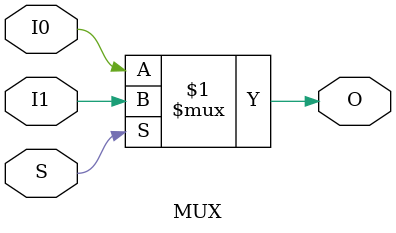
<source format=v>
/*
 * Copyright (C) 2020  The SymbiFlow Authors.
 *
 * Use of this source code is governed by a ISC-style
 * license that can be found in the LICENSE file or at
 * https://opensource.org/licenses/ISC
 *
 * SPDX-License-Identifier:     ISC
 */

module MUX (
    input  wire I0,
    input  wire I1,
    input  wire S,
    output wire O
);

    assign O = S ? I1 : I0;

endmodule

</source>
